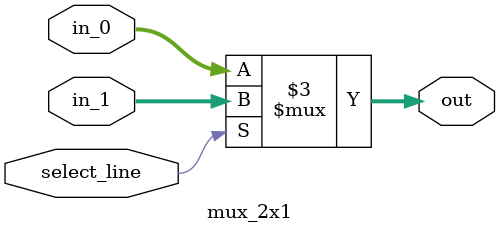
<source format=sv>
module mux_2x1
(
    input  logic [31:0] in_0,
    input  logic [31:0] in_1,
    input  logic        select_line,
    output logic [31:0] out
);

    always_comb
    begin
        case (select_line)
            1: out = in_1;
            default: out = in_0;
        endcase
    end

endmodule

</source>
